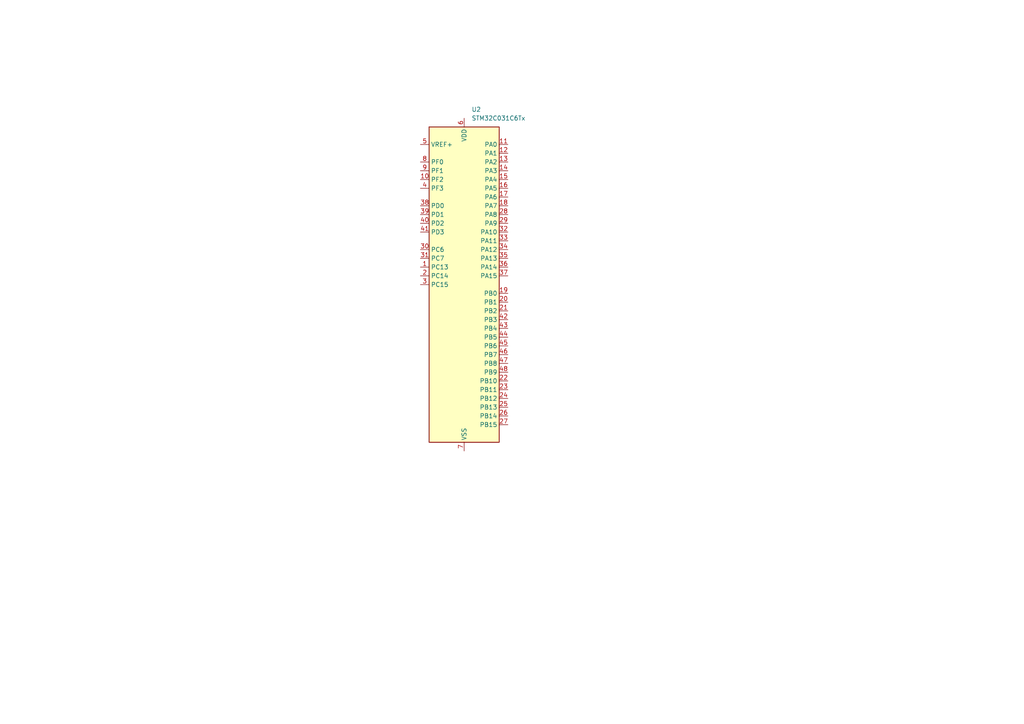
<source format=kicad_sch>
(kicad_sch (version 20250114) (generator "eeschema") (generator_version "9.0")
  (paper "A4")
  (lib_symbols
    (symbol "MCU_ST_STM32C0:STM32C031C6Tx"
      (property "Reference" "U" (at -10.16 46.99 0))
      (property "Value" "STM32C031C6Tx" (at 2.54 46.99 0))
      (symbol "STM32C031C6Tx_0_1"
        (rectangle (start -10.16 -45.72) (end 10.16 45.72) (stroke (width 0.254)) (fill (type background)))
      )
      (symbol "STM32C031C6Tx_1_1"
        (pin input line (at -12.7 40.64 0) (length 2.54) (name "VREF+") (number "5"))
        (pin bidirectional line (at -12.7 35.56 0) (length 2.54) (name "PF0") (number "8"))
        (pin bidirectional line (at -12.7 33.02 0) (length 2.54) (name "PF1") (number "9"))
        (pin bidirectional line (at -12.7 30.48 0) (length 2.54) (name "PF2") (number "10"))
        (pin bidirectional line (at -12.7 27.94 0) (length 2.54) (name "PF3") (number "4"))
        (pin bidirectional line (at -12.7 22.86 0) (length 2.54) (name "PD0") (number "38"))
        (pin bidirectional line (at -12.7 20.32 0) (length 2.54) (name "PD1") (number "39"))
        (pin bidirectional line (at -12.7 17.78 0) (length 2.54) (name "PD2") (number "40"))
        (pin bidirectional line (at -12.7 15.24 0) (length 2.54) (name "PD3") (number "41"))
        (pin bidirectional line (at -12.7 10.16 0) (length 2.54) (name "PC6") (number "30"))
        (pin bidirectional line (at -12.7 7.62 0) (length 2.54) (name "PC7") (number "31"))
        (pin bidirectional line (at -12.7 5.08 0) (length 2.54) (name "PC13") (number "1"))
        (pin bidirectional line (at -12.7 2.54 0) (length 2.54) (name "PC14") (number "2"))
        (pin bidirectional line (at -12.7 0 0) (length 2.54) (name "PC15") (number "3"))
        (pin power_in line (at 0 48.26 270) (length 2.54) (name "VDD") (number "6"))
        (pin power_in line (at 0 -48.26 90) (length 2.54) (name "VSS") (number "7"))
        (pin bidirectional line (at 12.7 40.64 180) (length 2.54) (name "PA0") (number "11"))
        (pin bidirectional line (at 12.7 38.1 180) (length 2.54) (name "PA1") (number "12"))
        (pin bidirectional line (at 12.7 35.56 180) (length 2.54) (name "PA2") (number "13"))
        (pin bidirectional line (at 12.7 33.02 180) (length 2.54) (name "PA3") (number "14"))
        (pin bidirectional line (at 12.7 30.48 180) (length 2.54) (name "PA4") (number "15"))
        (pin bidirectional line (at 12.7 27.94 180) (length 2.54) (name "PA5") (number "16"))
        (pin bidirectional line (at 12.7 25.4 180) (length 2.54) (name "PA6") (number "17"))
        (pin bidirectional line (at 12.7 22.86 180) (length 2.54) (name "PA7") (number "18"))
        (pin bidirectional line (at 12.7 20.32 180) (length 2.54) (name "PA8") (number "28"))
        (pin bidirectional line (at 12.7 17.78 180) (length 2.54) (name "PA9") (number "29"))
        (pin bidirectional line (at 12.7 15.24 180) (length 2.54) (name "PA10") (number "32"))
        (pin bidirectional line (at 12.7 12.7 180) (length 2.54) (name "PA11") (number "33"))
        (pin bidirectional line (at 12.7 10.16 180) (length 2.54) (name "PA12") (number "34"))
        (pin bidirectional line (at 12.7 7.62 180) (length 2.54) (name "PA13") (number "35"))
        (pin bidirectional line (at 12.7 5.08 180) (length 2.54) (name "PA14") (number "36"))
        (pin bidirectional line (at 12.7 2.54 180) (length 2.54) (name "PA15") (number "37"))
        (pin bidirectional line (at 12.7 -2.54 180) (length 2.54) (name "PB0") (number "19"))
        (pin bidirectional line (at 12.7 -5.08 180) (length 2.54) (name "PB1") (number "20"))
        (pin bidirectional line (at 12.7 -7.62 180) (length 2.54) (name "PB2") (number "21"))
        (pin bidirectional line (at 12.7 -10.16 180) (length 2.54) (name "PB3") (number "42"))
        (pin bidirectional line (at 12.7 -12.7 180) (length 2.54) (name "PB4") (number "43"))
        (pin bidirectional line (at 12.7 -15.24 180) (length 2.54) (name "PB5") (number "44"))
        (pin bidirectional line (at 12.7 -17.78 180) (length 2.54) (name "PB6") (number "45"))
        (pin bidirectional line (at 12.7 -20.32 180) (length 2.54) (name "PB7") (number "46"))
        (pin bidirectional line (at 12.7 -22.86 180) (length 2.54) (name "PB8") (number "47"))
        (pin bidirectional line (at 12.7 -25.4 180) (length 2.54) (name "PB9") (number "48"))
        (pin bidirectional line (at 12.7 -27.94 180) (length 2.54) (name "PB10") (number "22"))
        (pin bidirectional line (at 12.7 -30.48 180) (length 2.54) (name "PB11") (number "23"))
        (pin bidirectional line (at 12.7 -33.02 180) (length 2.54) (name "PB12") (number "24"))
        (pin bidirectional line (at 12.7 -35.56 180) (length 2.54) (name "PB13") (number "25"))
        (pin bidirectional line (at 12.7 -38.1 180) (length 2.54) (name "PB14") (number "26"))
        (pin bidirectional line (at 12.7 -40.64 180) (length 2.54) (name "PB15") (number "27"))
      )
    )
  )
  (symbol (lib_id "MCU_ST_STM32C0:STM32C031C6Tx") (at 134.62 82.55 0) (unit 1)
    (property "Reference" "U2" (at 136.7633 31.75 0) (effects (justify left)))
    (property "Value" "STM32C031C6Tx" (at 136.7633 34.29 0) (effects (justify left)))
    (property "Footprint" "Package_QFP:LQFP-48_7x7mm_P0.5mm" (effects (hide yes)))
    (property "Datasheet" "https://www.st.com/resource/en/datasheet/stm32c031c6.pdf" (effects (hide yes)))
    (property "Description" "STMicroelectronics Arm Cortex-M0+ MCU, 32KB flash, 12KB RAM, 48 MHz, 2.0-3.6V, 45 GPIO, LQFP48" (effects (hide yes)))
  )
)
</source>
